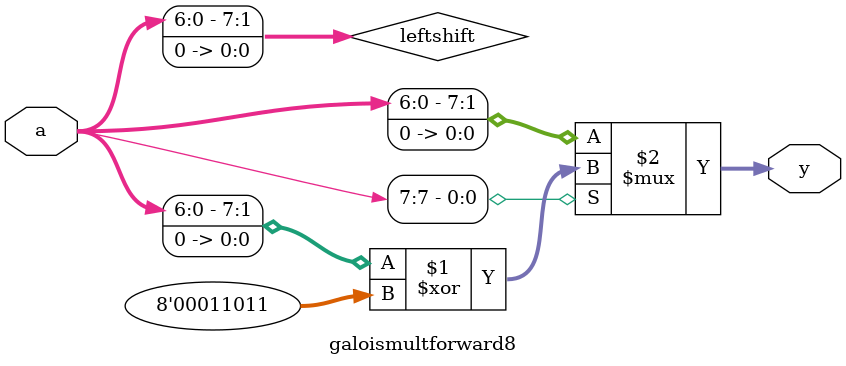
<source format=sv>

module galoismultforward8(
   input  logic [7:0] a,
   output logic [7:0] y
);

   logic [7:0] leftshift;

   assign leftshift = {a[6:0], 1'b0};
   assign y = a[7] ? (leftshift ^ 8'b00011011) : leftshift;
endmodule

</source>
